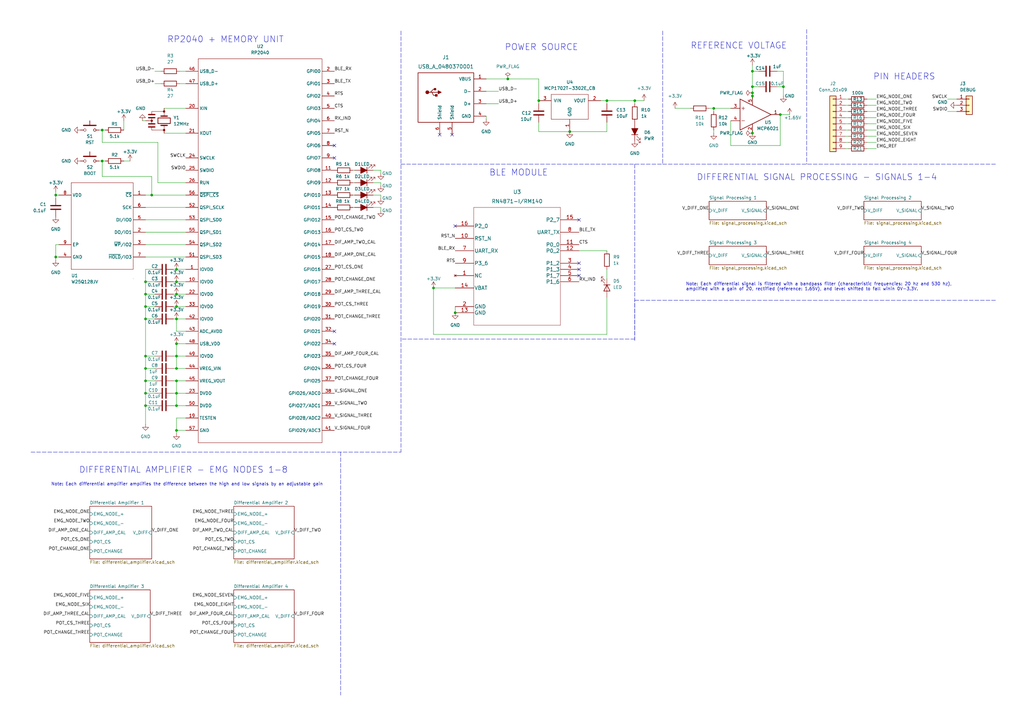
<source format=kicad_sch>
(kicad_sch (version 20211123) (generator eeschema)
  (paper "A3")
  (lib_symbols
    (symbol "+1.65V_3"
      (property "Value" "+1.65V_3" (at -0.381 2.286 0))
      (symbol "+1.65V_3_1_1"
        (pin power_in line (at 0 -3.81 90) (length 0) hide (name "+1.65V") (number "1"))
      )
    )
    (symbol "Connector_Generic:Conn_01x03" (pin_names (offset 1.016) hide)
      (property "Reference" "J" (at 0 5.08 0))
      (property "Value" "Conn_01x03" (at 0 -5.08 0))
      (symbol "Conn_01x03_1_1"
        (pin passive line (at -5.08 2.54 0) (length 3.81) (name "Pin_1") (number "1"))
        (pin passive line (at -5.08 0 0) (length 3.81) (name "Pin_2") (number "2"))
        (pin passive line (at -5.08 -2.54 0) (length 3.81) (name "Pin_3") (number "3"))
      )
    )
    (symbol "Connector_Generic:Conn_01x09" (pin_names (offset 1.016) hide)
      (property "Reference" "J" (at 0 12.7 0))
      (property "Value" "Conn_01x09" (at 0 -12.7 0))
      (symbol "Conn_01x09_1_1"
        (pin passive line (at -5.08 10.16 0) (length 3.81) (name "Pin_1") (number "1"))
        (pin passive line (at -5.08 7.62 0) (length 3.81) (name "Pin_2") (number "2"))
        (pin passive line (at -5.08 5.08 0) (length 3.81) (name "Pin_3") (number "3"))
        (pin passive line (at -5.08 2.54 0) (length 3.81) (name "Pin_4") (number "4"))
        (pin passive line (at -5.08 0 0) (length 3.81) (name "Pin_5") (number "5"))
        (pin passive line (at -5.08 -2.54 0) (length 3.81) (name "Pin_6") (number "6"))
        (pin passive line (at -5.08 -5.08 0) (length 3.81) (name "Pin_7") (number "7"))
        (pin passive line (at -5.08 -7.62 0) (length 3.81) (name "Pin_8") (number "8"))
        (pin passive line (at -5.08 -10.16 0) (length 3.81) (name "Pin_9") (number "9"))
      )
    )
    (symbol "Device:C" (pin_numbers hide) (pin_names (offset 0.254))
      (property "Reference" "C" (at 0.635 2.54 0))
      (property "Value" "C" (at 0.635 -2.54 0))
      (symbol "C_1_1"
        (pin passive line (at 0 3.81 270) (length 2.794) (name "~") (number "1"))
        (pin passive line (at 0 -3.81 90) (length 2.794) (name "~") (number "2"))
      )
    )
    (symbol "Device:LED" (pin_numbers hide) (pin_names (offset 1.016) hide)
      (property "Reference" "D" (at 0 2.54 0))
      (property "Value" "LED" (at 0 -2.54 0))
      (symbol "LED_1_1"
        (pin passive line (at -3.81 0 0) (length 2.54) (name "K") (number "1"))
        (pin passive line (at 3.81 0 180) (length 2.54) (name "A") (number "2"))
      )
    )
    (symbol "Device:LED_Filled" (pin_numbers hide) (pin_names (offset 1.016) hide)
      (property "Reference" "D" (at 0 2.54 0))
      (property "Value" "LED_Filled" (at 0 -2.54 0))
      (symbol "LED_Filled_1_1"
        (pin passive line (at -3.81 0 0) (length 2.54) (name "K") (number "1"))
        (pin passive line (at 3.81 0 180) (length 2.54) (name "A") (number "2"))
      )
    )
    (symbol "Device:R" (pin_numbers hide) (pin_names (offset 0))
      (property "Reference" "R" (at 2.032 0 90))
      (property "Value" "R" (at 0 0 90))
      (symbol "R_1_1"
        (pin passive line (at 0 3.81 270) (length 1.27) (name "~") (number "1"))
        (pin passive line (at 0 -3.81 90) (length 1.27) (name "~") (number "2"))
      )
    )
    (symbol "Eclectronics:Crystal" (pin_numbers hide) (pin_names (offset 1.016) hide)
      (property "Reference" "Y" (at 0 7.62 0))
      (property "Value" "Crystal" (at 0 5.08 0))
      (symbol "Crystal_1_1"
        (pin passive line (at -5.08 0 0) (length 1.27) (name "1") (number "1"))
        (pin passive line (at 0 -7.62 90) (length 1.27) (name "2") (number "2"))
        (pin passive line (at 5.08 0 180) (length 1.27) (name "3") (number "3"))
      )
    )
    (symbol "Eclectronics:MCP1702T-3302E_CB" (pin_names (offset 1.016))
      (property "Reference" "U" (at 0 8.89 0))
      (property "Value" "MCP1702T-3302E_CB" (at 0 6.35 0))
      (symbol "MCP1702T-3302E_CB_1_1"
        (pin input line (at 0 -10.16 90) (length 5.08) (name "GND") (number "1"))
        (pin input line (at 12.7 2.54 180) (length 5.08) (name "VOUT") (number "2"))
        (pin input line (at -12.7 2.54 0) (length 5.08) (name "VIN") (number "3"))
      )
    )
    (symbol "Eclectronics:MCP6021"
      (property "Reference" "U" (at 2.54 -3.81 0))
      (property "Value" "MCP6021" (at 2.54 -6.35 0))
      (symbol "MCP6021_0_1"
        (pin power_in line (at 0 -7.62 90) (length 3.81) (name "~") (number "2"))
        (pin power_in line (at 0 7.62 270) (length 3.81) (name "~") (number "5"))
      )
      (symbol "MCP6021_1_1"
        (pin output line (at 11.43 0 180) (length 3.81) (name "~") (number "1"))
        (pin input line (at -8.89 2.54 0) (length 3.81) (name "~") (number "3"))
        (pin input line (at -8.89 -2.54 0) (length 3.81) (name "~") (number "4"))
      )
    )
    (symbol "Eclectronics:RP2040"
      (property "Reference" "U" (at -25.4 82.55 0))
      (property "Value" "RP2040" (at -25.4 80.01 0))
      (symbol "RP2040_1_1"
        (pin power_in line (at -30.48 -7.62 0) (length 5.08) (name "IOVDD") (number "1"))
        (pin power_in line (at -30.48 -12.7 0) (length 5.08) (name "IOVDD") (number "10"))
        (pin bidirectional line (at 30.48 33.02 180) (length 5.08) (name "GPIO8") (number "11"))
        (pin bidirectional line (at 30.48 27.94 180) (length 5.08) (name "GPIO9") (number "12"))
        (pin bidirectional line (at 30.48 22.86 180) (length 5.08) (name "GPIO10") (number "13"))
        (pin bidirectional line (at 30.48 17.78 180) (length 5.08) (name "GPIO11") (number "14"))
        (pin bidirectional line (at 30.48 12.7 180) (length 5.08) (name "GPIO12") (number "15"))
        (pin bidirectional line (at 30.48 7.62 180) (length 5.08) (name "GPIO13") (number "16"))
        (pin bidirectional line (at 30.48 2.54 180) (length 5.08) (name "GPIO14") (number "17"))
        (pin bidirectional line (at 30.48 -2.54 180) (length 5.08) (name "GPIO15") (number "18"))
        (pin input line (at -30.48 -68.58 0) (length 5.08) (name "TESTEN") (number "19"))
        (pin bidirectional line (at 30.48 73.66 180) (length 5.08) (name "GPIO0") (number "2"))
        (pin bidirectional line (at -30.48 58.42 0) (length 5.08) (name "XIN") (number "20"))
        (pin bidirectional line (at -30.48 48.26 0) (length 5.08) (name "XOUT") (number "21"))
        (pin power_in line (at -30.48 -17.78 0) (length 5.08) (name "IOVDD") (number "22"))
        (pin power_in line (at -30.48 -58.42 0) (length 5.08) (name "DVDD") (number "23"))
        (pin bidirectional line (at -30.48 38.1 0) (length 5.08) (name "SWCLK") (number "24"))
        (pin bidirectional line (at -30.48 33.02 0) (length 5.08) (name "SWDIO") (number "25"))
        (pin bidirectional line (at -30.48 27.94 0) (length 5.08) (name "RUN") (number "26"))
        (pin bidirectional line (at 30.48 -7.62 180) (length 5.08) (name "GPIO16") (number "27"))
        (pin bidirectional line (at 30.48 -12.7 180) (length 5.08) (name "GPIO17") (number "28"))
        (pin bidirectional line (at 30.48 -17.78 180) (length 5.08) (name "GPIO18") (number "29"))
        (pin bidirectional line (at 30.48 68.58 180) (length 5.08) (name "GPIO1") (number "3"))
        (pin bidirectional line (at 30.48 -22.86 180) (length 5.08) (name "GPIO19") (number "30"))
        (pin bidirectional line (at 30.48 -27.94 180) (length 5.08) (name "GPIO20") (number "31"))
        (pin bidirectional line (at 30.48 -33.02 180) (length 5.08) (name "GPIO21") (number "32"))
        (pin power_in line (at -30.48 -22.86 0) (length 5.08) (name "IOVDD") (number "33"))
        (pin bidirectional line (at 30.48 -38.1 180) (length 5.08) (name "GPIO22") (number "34"))
        (pin bidirectional line (at 30.48 -43.18 180) (length 5.08) (name "GPIO23") (number "35"))
        (pin bidirectional line (at 30.48 -48.26 180) (length 5.08) (name "GPIO24") (number "36"))
        (pin bidirectional line (at 30.48 -53.34 180) (length 5.08) (name "GPIO25") (number "37"))
        (pin bidirectional line (at 30.48 -58.42 180) (length 5.08) (name "GPIO26/ADC0") (number "38"))
        (pin bidirectional line (at 30.48 -63.5 180) (length 5.08) (name "GPIO27/ADC1") (number "39"))
        (pin bidirectional line (at 30.48 63.5 180) (length 5.08) (name "GPIO2") (number "4"))
        (pin bidirectional line (at 30.48 -68.58 180) (length 5.08) (name "GPIO28/ADC2") (number "40"))
        (pin bidirectional line (at 30.48 -73.66 180) (length 5.08) (name "GPIO29/ADC3") (number "41"))
        (pin power_in line (at -30.48 -27.94 0) (length 5.08) (name "IOVDD") (number "42"))
        (pin power_in line (at -30.48 -33.02 0) (length 5.08) (name "ADC_AVDD") (number "43"))
        (pin power_in line (at -30.48 -48.26 0) (length 5.08) (name "VREG_VIN") (number "44"))
        (pin power_out line (at -30.48 -53.34 0) (length 5.08) (name "VREG_VOUT") (number "45"))
        (pin bidirectional line (at -30.48 73.66 0) (length 5.08) (name "USB_D-") (number "46"))
        (pin bidirectional line (at -30.48 68.58 0) (length 5.08) (name "USB_D+") (number "47"))
        (pin power_in line (at -30.48 -38.1 0) (length 5.08) (name "USB_VDD") (number "48"))
        (pin power_in line (at -30.48 -43.18 0) (length 5.08) (name "IOVDD") (number "49"))
        (pin bidirectional line (at 30.48 58.42 180) (length 5.08) (name "GPIO3") (number "5"))
        (pin power_in line (at -30.48 -63.5 0) (length 5.08) (name "DVDD") (number "50"))
        (pin bidirectional line (at -30.48 -2.54 0) (length 5.08) (name "QSPI_SD3") (number "51"))
        (pin bidirectional line (at -30.48 17.78 0) (length 5.08) (name "QSPI_SCLK") (number "52"))
        (pin bidirectional line (at -30.48 12.7 0) (length 5.08) (name "QSPI_SD0") (number "53"))
        (pin bidirectional line (at -30.48 2.54 0) (length 5.08) (name "QSPI_SD2") (number "54"))
        (pin bidirectional line (at -30.48 7.62 0) (length 5.08) (name "QSPI_SD1") (number "55"))
        (pin bidirectional line (at -30.48 22.86 0) (length 5.08) (name "~{QSPI_CS}") (number "56"))
        (pin power_in line (at -30.48 -73.66 0) (length 5.08) (name "GND") (number "57"))
        (pin bidirectional line (at 30.48 53.34 180) (length 5.08) (name "GPIO4") (number "6"))
        (pin bidirectional line (at 30.48 48.26 180) (length 5.08) (name "GPIO5") (number "7"))
        (pin bidirectional line (at 30.48 43.18 180) (length 5.08) (name "GPIO6") (number "8"))
        (pin bidirectional line (at 30.48 38.1 180) (length 5.08) (name "GPIO7") (number "9"))
      )
    )
    (symbol "Eclectronics:SW" (pin_numbers hide) (pin_names (offset 1.016) hide)
      (property "Reference" "S" (at 1.27 2.54 0))
      (property "Value" "SW" (at 1.27 -2.54 0))
      (symbol "SW_1_1"
        (pin input line (at 0 -3.81 90) (length 1.27) (name "1") (number "1"))
        (pin input line (at 0 3.81 270) (length 1.27) (name "2") (number "2"))
      )
    )
    (symbol "Eclectronics:USB_A_0480370001" (pin_names (offset 1.016))
      (property "Reference" "J" (at -11.43 16.51 0))
      (property "Value" "USB_A_0480370001" (at -11.43 13.97 0))
      (symbol "USB_A_0480370001_1_1"
        (pin power_in line (at 16.51 10.16 180) (length 5.08) (name "VBUS") (number "1"))
        (pin passive line (at 16.51 5.08 180) (length 5.08) (name "D-") (number "2"))
        (pin passive line (at 16.51 0 180) (length 5.08) (name "D+") (number "3"))
        (pin passive line (at 16.51 -5.08 180) (length 5.08) (name "GND") (number "4"))
        (pin power_in line (at 2.54 -12.7 90) (length 5.08) (name "Shield") (number "5"))
        (pin passive line (at -2.54 -12.7 90) (length 5.08) (name "Shield") (number "6"))
      )
    )
    (symbol "Eclectronics:W25Q128JV"
      (property "Reference" "U" (at -12.7 21.59 0))
      (property "Value" "W25Q128JV" (at -12.7 19.05 0))
      (symbol "W25Q128JV_1_1"
        (pin input line (at 17.78 12.7 180) (length 5.08) (name "~{CS}") (number "1"))
        (pin bidirectional line (at 17.78 -2.54 180) (length 5.08) (name "DO/IO1") (number "2"))
        (pin bidirectional line (at 17.78 -7.62 180) (length 5.08) (name "~{WP}/IO2") (number "3"))
        (pin power_in line (at -17.78 -12.7 0) (length 5.08) (name "GND") (number "4"))
        (pin bidirectional line (at 17.78 2.54 180) (length 5.08) (name "DI/IO0") (number "5"))
        (pin input line (at 17.78 7.62 180) (length 5.08) (name "SCK") (number "6"))
        (pin bidirectional line (at 17.78 -12.7 180) (length 5.08) (name "~{HOLD}/IO3") (number "7"))
        (pin power_in line (at -17.78 12.7 0) (length 5.08) (name "VDD") (number "8"))
        (pin power_in line (at -17.78 -7.62 0) (length 5.08) (name "EP") (number "9"))
      )
    )
    (symbol "RN4871:RN4871-I{slash}RM140" (pin_names (offset 0.254))
      (property "Reference" "U" (at 25.4 12.7 0))
      (property "Value" "RN4871-I{slash}RM140" (at 25.4 10.16 0))
      (symbol "RN4871-I{slash}RM140_1_1"
        (pin no_connect line (at 0 -20.32 0) (length 7.62) (name "NC") (number "1"))
        (pin input line (at 0 -5.08 0) (length 7.62) (name "RST_N") (number "10"))
        (pin bidirectional line (at 50.8 -7.62 180) (length 7.62) (name "P0_0") (number "11"))
        (pin bidirectional line (at 50.8 -10.16 180) (length 7.62) (name "P0_2") (number "12"))
        (pin power_in line (at 0 -35.56 0) (length 7.62) (name "GND") (number "13"))
        (pin power_in line (at 0 -25.4 0) (length 7.62) (name "VBAT") (number "14"))
        (pin output line (at 50.8 2.54 180) (length 7.62) (name "P2_7") (number "15"))
        (pin input line (at 0 0 0) (length 7.62) (name "P2_0") (number "16"))
        (pin power_in line (at 0 -33.02 0) (length 7.62) (name "GND") (number "2"))
        (pin bidirectional line (at 50.8 -15.24 180) (length 7.62) (name "P1_2") (number "3"))
        (pin bidirectional line (at 50.8 -17.78 180) (length 7.62) (name "P1_3") (number "4"))
        (pin bidirectional line (at 50.8 -20.32 180) (length 7.62) (name "P1_7") (number "5"))
        (pin bidirectional line (at 50.8 -22.86 180) (length 7.62) (name "P1_6") (number "6"))
        (pin input line (at 0 -10.16 0) (length 7.62) (name "UART_RX") (number "7"))
        (pin output line (at 50.8 -2.54 180) (length 7.62) (name "UART_TX") (number "8"))
        (pin bidirectional line (at 0 -15.24 0) (length 7.62) (name "P3_6") (number "9"))
      )
    )
    (symbol "power:+3.3V" (power) (pin_names (offset 0))
      (property "Value" "+3.3V" (at 0 3.556 0))
      (symbol "+3.3V_1_1"
        (pin power_in line (at 0 0 90) (length 0) hide (name "+3.3V") (number "1"))
      )
    )
    (symbol "power:GND" (power) (pin_names (offset 0))
      (property "Value" "GND" (at 0 -3.81 0))
      (symbol "GND_1_1"
        (pin power_in line (at 0 0 270) (length 0) hide (name "GND") (number "1"))
      )
    )
    (symbol "power:PWR_FLAG" (power) (pin_numbers hide) (pin_names (offset 0) hide)
      (property "Value" "PWR_FLAG" (at 0 3.81 0))
      (symbol "PWR_FLAG_0_0"
        (pin power_out line (at 0 0 90) (length 0) (name "pwr") (number "1"))
      )
    )
  )
  (junction (at 308.61 54.61))
  (junction (at 59.69 151.13))
  (junction (at 59.69 161.29))
  (junction (at 72.39 140.97))
  (junction (at 208.28 32.385))
  (junction (at 248.92 41.275))
  (junction (at 320.04 46.99))
  (junction (at 260.35 41.275))
  (junction (at 72.39 146.05))
  (junction (at 233.68 53.975))
  (junction (at 59.69 130.81))
  (junction (at 72.39 166.37))
  (junction (at 59.69 120.65))
  (junction (at 72.39 125.73))
  (junction (at 220.98 41.275))
  (junction (at 22.86 80.01))
  (junction (at 72.39 130.81))
  (junction (at 59.69 125.73))
  (junction (at 72.39 161.29))
  (junction (at 59.69 115.57))
  (junction (at 292.735 44.45))
  (junction (at 72.39 115.57))
  (junction (at 72.39 156.21))
  (junction (at 177.8 118.11))
  (junction (at 186.69 128.27))
  (junction (at 72.39 151.13))
  (junction (at 72.39 110.49))
  (junction (at 22.86 105.41))
  (junction (at 321.31 35.56))
  (junction (at 308.61 29.21))
  (junction (at 41.91 53.34))
  (junction (at 41.91 66.04))
  (junction (at 59.69 146.05))
  (junction (at 62.23 80.01))
  (junction (at 72.39 120.65))
  (junction (at 72.39 176.53))
  (junction (at 308.61 35.56))
  (junction (at 59.69 166.37))
  (junction (at 308.61 38.1))
  (junction (at 59.69 156.21))
  (junction (at 308.61 39.37))
  (no_connect (at 137.16 59.69))
  (no_connect (at 237.49 107.95))
  (no_connect (at 237.49 113.03))
  (no_connect (at 237.49 110.49))
  (no_connect (at 186.69 92.71))
  (no_connect (at 237.49 90.17))
  (no_connect (at 137.16 140.97))
  (no_connect (at 137.16 135.89))
  (no_connect (at 185.42 55.245))
  (no_connect (at 137.16 64.77))
  (no_connect (at 180.34 55.245))
  (wire (pts (xy 62.23 80.01) (xy 76.2 80.01)))
  (wire (pts (xy 59.69 156.21) (xy 63.5 156.21)))
  (wire (pts (xy 62.23 72.39) (xy 62.23 80.01)))
  (wire (pts (xy 22.86 80.01) (xy 24.13 80.01)))
  (wire (pts (xy 22.86 81.28) (xy 22.86 80.01)))
  (wire (pts (xy 59.69 130.81) (xy 59.69 146.05)))
  (polyline (pts (xy 260.35 67.31) (xy 260.35 139.065)))
  (wire (pts (xy 72.39 156.21) (xy 76.2 156.21)))
  (wire (pts (xy 72.39 161.29) (xy 72.39 166.37)))
  (wire (pts (xy 144.78 69.85) (xy 145.415 69.85)))
  (wire (pts (xy 71.12 151.13) (xy 72.39 151.13)))
  (wire (pts (xy 71.12 110.49) (xy 72.39 110.49)))
  (wire (pts (xy 199.39 32.385) (xy 208.28 32.385)))
  (wire (pts (xy 59.69 151.13) (xy 63.5 151.13)))
  (polyline (pts (xy 260.35 123.19) (xy 408.305 123.19)))
  (wire (pts (xy 290.83 44.45) (xy 292.735 44.45)))
  (wire (pts (xy 59.69 161.29) (xy 63.5 161.29)))
  (wire (pts (xy 308.61 26.67) (xy 308.61 29.21)))
  (wire (pts (xy 292.735 44.45) (xy 292.735 45.72)))
  (wire (pts (xy 59.69 161.29) (xy 59.69 156.21)))
  (wire (pts (xy 199.39 47.625) (xy 199.39 48.895)))
  (wire (pts (xy 41.91 53.34) (xy 43.18 53.34)))
  (wire (pts (xy 199.39 37.465) (xy 204.47 37.465)))
  (wire (pts (xy 347.98 55.88) (xy 346.71 55.88)))
  (wire (pts (xy 359.41 40.64) (xy 355.6 40.64)))
  (wire (pts (xy 72.39 151.13) (xy 76.2 151.13)))
  (wire (pts (xy 40.64 53.34) (xy 41.91 53.34)))
  (wire (pts (xy 59.69 166.37) (xy 59.69 173.99)))
  (wire (pts (xy 318.77 29.21) (xy 321.31 29.21)))
  (wire (pts (xy 237.49 102.87) (xy 248.92 102.87)))
  (wire (pts (xy 72.39 176.53) (xy 72.39 177.8)))
  (wire (pts (xy 72.39 140.97) (xy 72.39 146.05)))
  (wire (pts (xy 308.61 53.34) (xy 308.61 54.61)))
  (wire (pts (xy 153.035 85.09) (xy 156.21 85.09)))
  (wire (pts (xy 71.12 156.21) (xy 72.39 156.21)))
  (wire (pts (xy 59.69 85.09) (xy 76.2 85.09)))
  (wire (pts (xy 72.39 130.81) (xy 76.2 130.81)))
  (wire (pts (xy 359.41 43.18) (xy 355.6 43.18)))
  (wire (pts (xy 71.12 166.37) (xy 72.39 166.37)))
  (wire (pts (xy 359.41 53.34) (xy 355.6 53.34)))
  (wire (pts (xy 72.39 130.81) (xy 72.39 135.89)))
  (wire (pts (xy 246.38 41.275) (xy 248.92 41.275)))
  (wire (pts (xy 72.39 135.89) (xy 76.2 135.89)))
  (wire (pts (xy 59.69 100.33) (xy 76.2 100.33)))
  (wire (pts (xy 72.39 120.65) (xy 76.2 120.65)))
  (wire (pts (xy 41.91 53.34) (xy 41.91 58.42)))
  (wire (pts (xy 308.61 39.37) (xy 308.61 40.64)))
  (wire (pts (xy 347.98 60.96) (xy 346.71 60.96)))
  (wire (pts (xy 359.41 45.72) (xy 355.6 45.72)))
  (wire (pts (xy 321.31 35.56) (xy 321.31 39.37)))
  (wire (pts (xy 347.98 50.8) (xy 346.71 50.8)))
  (wire (pts (xy 41.91 66.04) (xy 43.18 66.04)))
  (wire (pts (xy 59.69 166.37) (xy 59.69 161.29)))
  (wire (pts (xy 248.92 121.92) (xy 248.92 137.16)))
  (wire (pts (xy 73.66 29.21) (xy 76.2 29.21)))
  (wire (pts (xy 276.86 44.45) (xy 283.21 44.45)))
  (wire (pts (xy 59.69 95.25) (xy 76.2 95.25)))
  (wire (pts (xy 299.72 59.69) (xy 320.04 59.69)))
  (wire (pts (xy 71.12 130.81) (xy 72.39 130.81)))
  (wire (pts (xy 233.68 53.975) (xy 248.92 53.975)))
  (wire (pts (xy 71.12 120.65) (xy 72.39 120.65)))
  (wire (pts (xy 72.39 171.45) (xy 72.39 176.53)))
  (polyline (pts (xy 260.35 139.7) (xy 260.35 123.19)))
  (wire (pts (xy 59.69 151.13) (xy 59.69 146.05)))
  (wire (pts (xy 177.8 137.16) (xy 248.92 137.16)))
  (wire (pts (xy 388.62 40.64) (xy 392.43 40.64)))
  (wire (pts (xy 260.35 41.275) (xy 264.16 41.275)))
  (wire (pts (xy 41.91 72.39) (xy 62.23 72.39)))
  (wire (pts (xy 388.62 45.72) (xy 392.43 45.72)))
  (wire (pts (xy 347.98 53.34) (xy 346.71 53.34)))
  (polyline (pts (xy 271.78 67.31) (xy 408.305 67.31)))
  (wire (pts (xy 64.77 58.42) (xy 64.77 74.93)))
  (wire (pts (xy 308.61 35.56) (xy 311.15 35.56)))
  (wire (pts (xy 72.39 115.57) (xy 76.2 115.57)))
  (wire (pts (xy 59.69 146.05) (xy 63.5 146.05)))
  (wire (pts (xy 347.98 48.26) (xy 346.71 48.26)))
  (wire (pts (xy 72.39 110.49) (xy 76.2 110.49)))
  (wire (pts (xy 308.61 29.21) (xy 311.15 29.21)))
  (wire (pts (xy 220.98 53.975) (xy 233.68 53.975)))
  (wire (pts (xy 320.04 59.69) (xy 320.04 46.99)))
  (wire (pts (xy 144.78 80.01) (xy 145.415 80.01)))
  (wire (pts (xy 260.35 41.275) (xy 260.35 42.545)))
  (wire (pts (xy 63.5 29.21) (xy 66.04 29.21)))
  (wire (pts (xy 347.98 40.64) (xy 346.71 40.64)))
  (wire (pts (xy 153.035 69.85) (xy 156.21 69.85)))
  (wire (pts (xy 292.735 53.34) (xy 292.735 54.61)))
  (wire (pts (xy 156.21 74.93) (xy 156.21 76.2)))
  (wire (pts (xy 59.69 125.73) (xy 59.69 120.65)))
  (wire (pts (xy 72.39 176.53) (xy 76.2 176.53)))
  (wire (pts (xy 220.98 41.275) (xy 220.98 42.545)))
  (wire (pts (xy 321.31 29.21) (xy 321.31 35.56)))
  (wire (pts (xy 72.39 146.05) (xy 72.39 151.13)))
  (wire (pts (xy 359.41 58.42) (xy 355.6 58.42)))
  (wire (pts (xy 41.91 66.04) (xy 41.91 72.39)))
  (wire (pts (xy 24.13 105.41) (xy 22.86 105.41)))
  (wire (pts (xy 59.69 130.81) (xy 59.69 125.73)))
  (wire (pts (xy 186.69 125.73) (xy 186.69 128.27)))
  (polyline (pts (xy 12.7 185.42) (xy 164.465 185.42)))
  (wire (pts (xy 347.98 45.72) (xy 346.71 45.72)))
  (wire (pts (xy 24.13 100.33) (xy 22.86 100.33)))
  (polyline (pts (xy 139.7 185.42) (xy 139.7 285.115)))
  (wire (pts (xy 208.28 32.385) (xy 220.98 32.385)))
  (wire (pts (xy 72.39 161.29) (xy 76.2 161.29)))
  (wire (pts (xy 320.04 46.99) (xy 323.85 46.99)))
  (wire (pts (xy 72.39 146.05) (xy 76.2 146.05)))
  (wire (pts (xy 177.8 118.11) (xy 186.69 118.11)))
  (wire (pts (xy 299.72 49.53) (xy 299.72 59.69)))
  (wire (pts (xy 71.12 115.57) (xy 72.39 115.57)))
  (wire (pts (xy 308.61 35.56) (xy 308.61 38.1)))
  (wire (pts (xy 41.91 58.42) (xy 64.77 58.42)))
  (wire (pts (xy 59.69 49.53) (xy 58.42 49.53)))
  (wire (pts (xy 318.77 35.56) (xy 321.31 35.56)))
  (polyline (pts (xy 164.465 12.7) (xy 164.465 185.42)))
  (wire (pts (xy 40.64 66.04) (xy 41.91 66.04)))
  (wire (pts (xy 199.39 42.545) (xy 204.47 42.545)))
  (polyline (pts (xy 271.78 12.7) (xy 271.78 67.31)))
  (wire (pts (xy 64.77 74.93) (xy 76.2 74.93)))
  (wire (pts (xy 59.69 120.65) (xy 59.69 115.57)))
  (wire (pts (xy 67.31 44.45) (xy 76.2 44.45)))
  (wire (pts (xy 72.39 156.21) (xy 72.39 161.29)))
  (wire (pts (xy 153.035 74.93) (xy 156.21 74.93)))
  (wire (pts (xy 67.31 54.61) (xy 76.2 54.61)))
  (wire (pts (xy 59.69 130.81) (xy 63.5 130.81)))
  (wire (pts (xy 248.92 41.275) (xy 248.92 42.545)))
  (wire (pts (xy 220.98 50.165) (xy 220.98 53.975)))
  (wire (pts (xy 59.69 156.21) (xy 59.69 151.13)))
  (wire (pts (xy 59.69 115.57) (xy 63.5 115.57)))
  (wire (pts (xy 59.69 105.41) (xy 76.2 105.41)))
  (wire (pts (xy 71.12 161.29) (xy 72.39 161.29)))
  (wire (pts (xy 22.86 105.41) (xy 22.86 106.68)))
  (wire (pts (xy 59.69 115.57) (xy 59.69 110.49)))
  (wire (pts (xy 50.8 49.53) (xy 50.8 53.34)))
  (wire (pts (xy 72.39 125.73) (xy 76.2 125.73)))
  (wire (pts (xy 144.78 74.93) (xy 145.415 74.93)))
  (wire (pts (xy 72.39 140.97) (xy 76.2 140.97)))
  (wire (pts (xy 50.8 66.04) (xy 53.34 66.04)))
  (wire (pts (xy 72.39 171.45) (xy 76.2 171.45)))
  (wire (pts (xy 73.66 34.29) (xy 76.2 34.29)))
  (wire (pts (xy 63.5 34.29) (xy 66.04 34.29)))
  (wire (pts (xy 347.98 58.42) (xy 346.71 58.42)))
  (wire (pts (xy 359.41 55.88) (xy 355.6 55.88)))
  (wire (pts (xy 22.86 100.33) (xy 22.86 105.41)))
  (wire (pts (xy 359.41 48.26) (xy 355.6 48.26)))
  (wire (pts (xy 59.69 125.73) (xy 63.5 125.73)))
  (wire (pts (xy 22.86 78.74) (xy 22.86 80.01)))
  (wire (pts (xy 59.69 166.37) (xy 63.5 166.37)))
  (wire (pts (xy 59.69 90.17) (xy 76.2 90.17)))
  (wire (pts (xy 153.035 80.01) (xy 156.21 80.01)))
  (wire (pts (xy 248.92 110.49) (xy 248.92 114.3)))
  (wire (pts (xy 156.21 69.85) (xy 156.21 71.12)))
  (wire (pts (xy 220.98 32.385) (xy 220.98 41.275)))
  (wire (pts (xy 308.61 29.21) (xy 308.61 35.56)))
  (wire (pts (xy 144.78 85.09) (xy 145.415 85.09)))
  (wire (pts (xy 359.41 50.8) (xy 355.6 50.8)))
  (wire (pts (xy 156.21 80.01) (xy 156.21 81.28)))
  (wire (pts (xy 177.8 118.11) (xy 177.8 137.16)))
  (wire (pts (xy 347.98 43.18) (xy 346.71 43.18)))
  (polyline (pts (xy 260.35 139.065) (xy 164.465 139.065)))
  (polyline (pts (xy 164.465 67.31) (xy 271.78 67.31)))
  (wire (pts (xy 59.69 120.65) (xy 63.5 120.65)))
  (wire (pts (xy 308.61 38.1) (xy 308.61 39.37)))
  (wire (pts (xy 72.39 166.37) (xy 76.2 166.37)))
  (wire (pts (xy 248.92 41.275) (xy 260.35 41.275)))
  (wire (pts (xy 59.69 80.01) (xy 62.23 80.01)))
  (polyline (pts (xy 330.835 12.065) (xy 330.835 67.31)))
  (wire (pts (xy 71.12 125.73) (xy 72.39 125.73)))
  (wire (pts (xy 71.12 146.05) (xy 72.39 146.05)))
  (wire (pts (xy 59.69 110.49) (xy 63.5 110.49)))
  (wire (pts (xy 248.92 53.975) (xy 248.92 50.165)))
  (wire (pts (xy 156.21 85.09) (xy 156.21 86.36)))
  (wire (pts (xy 292.735 44.45) (xy 299.72 44.45)))
  (wire (pts (xy 359.41 60.96) (xy 355.6 60.96)))
  (text "BLE MODULE" (at 200.66 72.39 0) (effects (font (size 2.54 2.54)) (justify left bottom)))
  (text "Note: Each differential signal is filtered with a bandpass filter (characteristic frequencies: 20 hz and 530 hz),\namplified with a gain of 20, rectified (reference: 1.65V), and level shifted to fall winin 0V-3.3V.\n" (at 281.305 119.38 0) (effects (font (size 1.27 1.27)) (justify left bottom)))
  (text "DIFFERENTIAL AMPLIFIER - EMG NODES 1-8" (at 32.385 194.31 0) (effects (font (size 2.54 2.54)) (justify left bottom)))
  (text "DIFFERENTIAL SIGNAL PROCESSING - SIGNALS 1-4\n" (at 285.75 74.295 0) (effects (font (size 2.54 2.54)) (justify left bottom)))
  (text "PIN HEADERS" (at 358.14 33.02 0) (effects (font (size 2.54 2.54)) (justify left bottom)))
  (text "Note: Each differential amplifier amplifies the difference between the high and low signals by an adjustable gain" (at 20.955 199.39 0) (effects (font (size 1.27 1.27)) (justify left bottom)))
  (text "REFERENCE VOLTAGE" (at 283.21 20.32 0) (effects (font (size 2.54 2.54)) (justify left bottom)))
  (text "POWER SOURCE" (at 207.01 20.955 0) (effects (font (size 2.54 2.54)) (justify left bottom)))
  (text "RP2040 + MEMORY UNIT" (at 68.58 17.78 0) (effects (font (size 2.54 2.54)) (justify left bottom)))
  (label "POT_CHANGE_THREE" (at 36.83 260.35 180))
  (label "POT_CHANGE_TWO" (at 137.16 90.17 0))
  (label "USB_D-" (at 204.47 37.465 0))
  (label "EMG_NODE_ONE" (at 36.83 210.82 180))
  (label "SWDIO" (at 76.2 69.85 180))
  (label "V_DIFF_TWO" (at 120.65 218.44 0))
  (label "POT_CHANGE_FOUR" (at 95.885 260.35 180))
  (label "POT_CS_ONE" (at 137.16 110.49 0))
  (label "USB_D+" (at 204.47 42.545 0))
  (label "EMG_NODE_SIX" (at 36.83 248.92 180))
  (label "BLE_TX" (at 137.16 34.29 0))
  (label "POT_CHANGE_FOUR" (at 137.16 156.21 0))
  (label "SWDIO" (at 388.62 45.72 180))
  (label "V_DIFF_FOUR" (at 120.65 252.73 0))
  (label "EMG_NODE_EIGHT" (at 359.41 58.42 0))
  (label "EMG_NODE_SEVEN" (at 359.41 55.88 0))
  (label "POT_CS_THREE" (at 137.16 125.73 0))
  (label "EMG_NODE_TWO" (at 359.41 43.18 0))
  (label "POT_CS_FOUR" (at 137.16 151.13 0))
  (label "POT_CS_FOUR" (at 95.885 256.54 180))
  (label "RTS" (at 137.16 39.37 0))
  (label "EMG_NODE_FIVE" (at 36.83 245.11 180))
  (label "V_SIGNAL_ONE" (at 137.16 161.29 0))
  (label "DIF_AMP_ONE_CAL" (at 36.83 218.44 180))
  (label "USB_D-" (at 63.5 29.21 180))
  (label "RST_N" (at 137.16 54.61 0))
  (label "DIF_AMP_THREE_CAL" (at 137.16 120.65 0))
  (label "SWCLK" (at 76.2 64.77 180))
  (label "DIF_AMP_THREE_CAL" (at 36.83 252.73 180))
  (label "EMG_NODE_ONE" (at 359.41 40.64 0))
  (label "V_DIFF_THREE" (at 290.83 104.775 180))
  (label "V_SIGNAL_TWO" (at 377.825 86.36 0))
  (label "POT_CHANGE_THREE" (at 137.16 130.81 0))
  (label "POT_CS_THREE" (at 36.83 256.54 180))
  (label "V_SIGNAL_FOUR" (at 137.16 176.53 0))
  (label "DIF_AMP_FOUR_CAL" (at 95.885 252.73 180))
  (label "EMG_NODE_SEVEN" (at 95.885 245.11 180))
  (label "DIF_AMP_ONE_CAL" (at 137.16 105.41 0))
  (label "V_DIFF_ONE" (at 290.83 86.36 180))
  (label "CTS" (at 237.49 100.33 0))
  (label "BLE_TX" (at 237.49 95.25 0))
  (label "EMG_NODE_THREE" (at 359.41 45.72 0))
  (label "EMG_NODE_FIVE" (at 359.41 50.8 0))
  (label "V_DIFF_FOUR" (at 354.33 104.775 180))
  (label "POT_CS_TWO" (at 95.885 222.25 180))
  (label "V_SIGNAL_THREE" (at 314.325 104.775 0))
  (label "RTS" (at 186.69 107.95 180))
  (label "EMG_NODE_FOUR" (at 95.885 214.63 180))
  (label "V_DIFF_TWO" (at 354.33 86.36 180))
  (label "POT_CS_ONE" (at 36.83 222.25 180))
  (label "CTS" (at 137.16 44.45 0))
  (label "V_SIGNAL_THREE" (at 137.16 171.45 0))
  (label "EMG_NODE_TWO" (at 36.83 214.63 180))
  (label "EMG_NODE_EIGHT" (at 95.885 248.92 180))
  (label "DIF_AMP_TWO_CAL" (at 95.885 218.44 180))
  (label "RX_IND" (at 237.49 115.57 0))
  (label "POT_CHANGE_TWO" (at 95.885 226.06 180))
  (label "EMG_REF" (at 359.41 60.96 0))
  (label "V_SIGNAL_FOUR" (at 377.825 104.775 0))
  (label "USB_D+" (at 63.5 34.29 180))
  (label "BLE_RX" (at 137.16 29.21 0))
  (label "BLE_RX" (at 186.69 102.87 180))
  (label "EMG_NODE_FOUR" (at 359.41 48.26 0))
  (label "DIF_AMP_FOUR_CAL" (at 137.16 146.05 0))
  (label "DIF_AMP_TWO_CAL" (at 137.16 100.33 0))
  (label "V_SIGNAL_ONE" (at 314.325 86.36 0))
  (label "RX_IND" (at 137.16 49.53 0))
  (label "EMG_NODE_SIX" (at 359.41 53.34 0))
  (label "V_DIFF_ONE" (at 62.23 218.44 0))
  (label "V_SIGNAL_TWO" (at 137.16 166.37 0))
  (label "RST_N" (at 186.69 97.79 180))
  (label "POT_CHANGE_ONE" (at 137.16 115.57 0))
  (label "V_DIFF_THREE" (at 61.595 252.73 0))
  (label "POT_CS_TWO" (at 137.16 95.25 0))
  (label "SWCLK" (at 388.62 40.64 180))
  (label "POT_CHANGE_ONE" (at 36.83 226.06 180))
  (label "EMG_NODE_THREE" (at 95.885 210.82 180))
  (symbol (lib_id "Device:R") (at 351.79 58.42 90) (unit 1)
    (property "Reference" "R20" (at 351.79 58.42 90))
    (property "Value" "100k" (effects hide))
    (property "Footprint" "Resistor_SMD:R_0603_1608Metric" (effects hide))
  )
  (symbol (lib_id "power:GND") (at 59.69 173.99 0) (unit 1)
    (property "Reference" "#PWR09" (effects hide))
    (property "Value" "GND" (at 59.69 179.07 0))
  )
  (symbol (lib_id "Device:LED_Filled") (at 149.225 74.93 180) (unit 1)
    (property "Reference" "D2" (at 145.415 72.39 0) (effects (justify right)))
    (property "Value" "LED" (at 147.955 72.39 0) (effects (justify right)))
    (property "Footprint" "LED_SMD:LED_0805_2012Metric" (effects hide))
  )
  (symbol (lib_id "power:GND") (at 22.86 106.68 0) (unit 1)
    (property "Reference" "#PWR03" (effects hide))
    (property "Value" "GND" (at 22.86 111.76 0))
  )
  (symbol (lib_id "Eclectronics:SW") (at 36.83 66.04 270) (unit 1)
    (property "Reference" "S2" (at 36.83 68.58 90))
    (property "Value" "BOOT" (at 36.83 71.12 90))
    (property "Footprint" "Eclectronics:TL3301AFxxxxJ" (effects hide))
  )
  (symbol (lib_id "Eclectronics:RP2040") (at 106.68 102.87 0) (unit 1)
    (property "Reference" "U2" (at 106.68 19.05 0))
    (property "Value" "RP2040" (at 106.68 21.59 0))
    (property "Footprint" "Eclectronics:RP2040" (effects hide))
  )
  (symbol (lib_id "Device:R") (at 69.85 29.21 90) (unit 1)
    (property "Reference" "R3" (at 69.85 22.86 90))
    (property "Value" "27" (at 69.85 25.4 90))
    (property "Footprint" "Resistor_SMD:R_0603_1608Metric" (effects hide))
  )
  (symbol (lib_id "Device:R") (at 351.79 50.8 90) (unit 1)
    (property "Reference" "R17" (at 351.79 50.8 90))
    (property "Value" "100k" (effects hide))
    (property "Footprint" "Resistor_SMD:R_0603_1608Metric" (effects hide))
  )
  (symbol (lib_id "power:+3.3V") (at 72.39 115.57 0) (unit 1)
    (property "Reference" "#PWR011" (effects hide))
    (property "Value" "+3.3V" (at 72.39 111.76 0))
  )
  (symbol (lib_id "Device:R") (at 292.735 49.53 180) (unit 1)
    (property "Reference" "R12" (at 296.545 48.26 0))
    (property "Value" "10k" (at 296.545 50.8 0))
    (property "Footprint" "Resistor_SMD:R_0603_1608Metric" (effects hide))
  )
  (symbol (lib_id "power:GND") (at 308.61 54.61 0) (unit 1)
    (property "Reference" "#PWR030" (effects hide))
    (property "Value" "GND" (at 308.61 58.42 0))
  )
  (symbol (lib_id "power:+3.3V") (at 177.8 118.11 0) (unit 1)
    (property "Reference" "#PWR021" (effects hide))
    (property "Value" "+3.3V" (at 177.8 114.3 0))
  )
  (symbol (lib_id "Device:LED_Filled") (at 149.225 69.85 180) (unit 1)
    (property "Reference" "D1" (at 145.415 67.31 0) (effects (justify right)))
    (property "Value" "LED" (at 147.955 67.31 0) (effects (justify right)))
    (property "Footprint" "LED_SMD:LED_0805_2012Metric" (effects hide))
  )
  (symbol (lib_id "Device:R") (at 260.35 46.355 0) (unit 1)
    (property "Reference" "R10" (at 262.89 45.0849 0) (effects (justify left)))
    (property "Value" "1k" (at 262.89 47.6249 0) (effects (justify left)))
    (property "Footprint" "Resistor_SMD:R_0603_1608Metric" (effects hide))
  )
  (symbol (lib_id "Device:R") (at 351.79 55.88 90) (unit 1)
    (property "Reference" "R19" (at 351.79 55.88 90))
    (property "Value" "100k" (effects hide))
    (property "Footprint" "Resistor_SMD:R_0603_1608Metric" (effects hide))
  )
  (symbol (lib_id "Device:LED_Filled") (at 149.225 80.01 180) (unit 1)
    (property "Reference" "D3" (at 145.415 77.47 0) (effects (justify right)))
    (property "Value" "LED" (at 147.955 77.47 0) (effects (justify right)))
    (property "Footprint" "LED_SMD:LED_0805_2012Metric" (effects hide))
  )
  (symbol (lib_id "Device:LED_Filled") (at 149.225 85.09 180) (unit 1)
    (property "Reference" "D4" (at 145.415 82.55 0) (effects (justify right)))
    (property "Value" "LED" (at 147.955 82.55 0) (effects (justify right)))
    (property "Footprint" "LED_SMD:LED_0805_2012Metric" (effects hide))
  )
  (symbol (lib_id "Device:C") (at 67.31 151.13 270) (unit 1)
    (property "Reference" "C8" (at 64.77 149.86 90) (effects (justify right)))
    (property "Value" "1uF" (at 64.77 152.4 90) (effects (justify right)))
    (property "Footprint" "Capacitor_SMD:C_0603_1608Metric" (effects hide))
  )
  (symbol (lib_id "Device:C") (at 220.98 46.355 180) (unit 1)
    (property "Reference" "C12" (at 215.9 46.355 0))
    (property "Value" "10uF" (at 215.9 48.895 0))
    (property "Footprint" "Capacitor_SMD:C_0603_1608Metric" (effects hide))
  )
  (symbol (lib_id "Device:C") (at 67.31 161.29 270) (unit 1)
    (property "Reference" "C10" (at 64.77 160.02 90) (effects (justify right)))
    (property "Value" "0.1uF" (at 66.04 162.56 90) (effects (justify right)))
    (property "Footprint" "Capacitor_SMD:C_0603_1608Metric" (effects hide))
  )
  (symbol (lib_id "Device:R") (at 287.02 44.45 90) (unit 1)
    (property "Reference" "R11" (at 287.02 48.26 90))
    (property "Value" "10k" (at 287.02 50.8 90))
    (property "Footprint" "Resistor_SMD:R_0603_1608Metric" (effects hide))
  )
  (symbol (lib_id "Device:R") (at 140.97 69.85 90) (unit 1)
    (property "Reference" "R5" (at 140.335 67.31 90) (effects (justify left)))
    (property "Value" "1k" (at 143.51 67.31 90) (effects (justify left)))
    (property "Footprint" "Resistor_SMD:R_0603_1608Metric" (effects hide))
  )
  (symbol (lib_id "power:+3.3V") (at 53.34 66.04 0) (unit 1)
    (property "Reference" "#PWR07" (effects hide))
    (property "Value" "+3.3V" (at 53.34 62.23 0))
  )
  (symbol (lib_id "power:+3.3V") (at 308.61 26.67 0) (unit 1)
    (property "Reference" "#PWR029" (effects hide))
    (property "Value" "+3.3V" (at 306.07 22.86 0) (effects (justify left)))
  )
  (symbol (lib_id "Device:C") (at 248.92 46.355 0) (unit 1)
    (property "Reference" "C13" (at 252.73 45.0849 0) (effects (justify left)))
    (property "Value" "10uF" (at 252.73 47.6249 0) (effects (justify left)))
    (property "Footprint" "Capacitor_SMD:C_0603_1608Metric" (effects hide))
  )
  (symbol (lib_id "Device:C") (at 67.31 125.73 270) (unit 1)
    (property "Reference" "C5" (at 64.77 124.46 90) (effects (justify right)))
    (property "Value" "0.1uF" (at 66.04 127 90) (effects (justify right)))
    (property "Footprint" "Capacitor_SMD:C_0603_1608Metric" (effects hide))
  )
  (symbol (lib_id "power:+3.3V") (at 72.39 130.81 0) (unit 1)
    (property "Reference" "#PWR014" (effects hide))
    (property "Value" "+3.3V" (at 72.39 127 0))
  )
  (symbol (lib_id "power:PWR_FLAG") (at 308.61 54.61 90) (unit 1)
    (property "Reference" "#FLG03" (effects hide))
    (property "Value" "PWR_FLAG" (at 304.8 54.6099 90) (effects (justify left)))
  )
  (symbol (lib_id "power:GND") (at 233.68 53.975 0) (unit 1)
    (property "Reference" "#PWR024" (effects hide))
    (property "Value" "GND" (at 233.68 59.055 0))
  )
  (symbol (lib_id "Device:C") (at 22.86 85.09 0) (mirror x) (unit 1)
    (property "Reference" "C1" (at 19.05 83.8199 0) (effects (justify right)))
    (property "Value" "0.1uF" (at 19.05 86.3599 0) (effects (justify right)))
    (property "Footprint" "Capacitor_SMD:C_0603_1608Metric" (effects hide))
  )
  (symbol (lib_id "power:+3.3V") (at 72.39 110.49 0) (unit 1)
    (property "Reference" "#PWR010" (effects hide))
    (property "Value" "+3.3V" (at 72.39 106.68 0))
  )
  (symbol (lib_id "Eclectronics:MCP1702T-3302E_CB") (at 233.68 43.815 0) (unit 1)
    (property "Reference" "U4" (at 233.68 33.655 0))
    (property "Value" "MCP1702T-3302E_CB" (at 233.68 36.195 0))
    (property "Footprint" "Package_TO_SOT_SMD:SOT-23" (effects hide))
  )
  (symbol (lib_id "power:GND") (at 292.735 54.61 0) (unit 1)
    (property "Reference" "#PWR028" (effects hide))
    (property "Value" "GND" (at 292.735 59.69 0))
  )
  (symbol (lib_id "Eclectronics:MCP6021") (at 308.61 46.99 0) (unit 1)
    (property "Reference" "U5" (at 314.96 50.165 0))
    (property "Value" "MCP6021" (at 314.96 52.705 0))
    (property "Footprint" "Package_TO_SOT_SMD:SOT-23-5" (effects hide))
  )
  (symbol (lib_id "Device:C") (at 67.31 120.65 270) (unit 1)
    (property "Reference" "C4" (at 64.77 119.38 90) (effects (justify right)))
    (property "Value" "0.1uF" (at 66.04 121.92 90) (effects (justify right)))
    (property "Footprint" "Capacitor_SMD:C_0603_1608Metric" (effects hide))
  )
  (symbol (lib_id "Device:R") (at 46.99 66.04 90) (unit 1)
    (property "Reference" "R2" (at 46.99 63.5 90))
    (property "Value" "5.1k" (at 46.99 68.58 90))
    (property "Footprint" "Resistor_SMD:R_0603_1608Metric" (effects hide))
  )
  (symbol (lib_id "power:GND") (at 156.21 71.12 0) (unit 1)
    (property "Reference" "#PWR017" (effects hide))
    (property "Value" "GND" (at 158.75 71.12 0))
  )
  (symbol (lib_id "Eclectronics:USB_A_0480370001") (at 182.88 42.545 0) (unit 1)
    (property "Reference" "J1" (at 182.88 23.495 0) (effects (font (size 1.524 1.524))))
    (property "Value" "USB_A_0480370001" (at 182.88 27.305 0) (effects (font (size 1.524 1.524))))
    (property "Footprint" "Eclectronics:USB_A_0480370001" (effects hide))
  )
  (symbol (lib_id "power:GND") (at 72.39 177.8 0) (unit 1)
    (property "Reference" "#PWR016" (effects hide))
    (property "Value" "GND" (at 72.39 182.88 0))
  )
  (symbol (lib_id "Device:C") (at 67.31 130.81 270) (unit 1)
    (property "Reference" "C6" (at 64.77 129.54 90) (effects (justify right)))
    (property "Value" "0.1uF" (at 66.04 132.08 90) (effects (justify right)))
    (property "Footprint" "Capacitor_SMD:C_0603_1608Metric" (effects hide))
  )
  (symbol (lib_id "Device:R") (at 46.99 53.34 90) (unit 1)
    (property "Reference" "R1" (at 46.99 50.8 90))
    (property "Value" "5.1k" (at 46.99 55.88 90))
    (property "Footprint" "Resistor_SMD:R_0603_1608Metric" (effects hide))
  )
  (symbol (lib_id "Device:C") (at 314.96 29.21 90) (unit 1)
    (property "Reference" "C14" (at 311.785 27.94 90))
    (property "Value" "1uF" (at 318.77 27.305 90))
    (property "Footprint" "Capacitor_SMD:C_0603_1608Metric" (effects hide))
  )
  (symbol (lib_id "power:+3.3V") (at 72.39 125.73 0) (unit 1)
    (property "Reference" "#PWR013" (effects hide))
    (property "Value" "+3.3V" (at 72.39 121.92 0))
  )
  (symbol (lib_id "power:GND") (at 58.42 49.53 180) (unit 1)
    (property "Reference" "#PWR08" (effects hide))
    (property "Value" "GND" (at 59.69 44.45 0) (effects (justify left)))
  )
  (symbol (lib_id "power:GND") (at 156.21 76.2 0) (unit 1)
    (property "Reference" "#PWR018" (effects hide))
    (property "Value" "GND" (at 158.75 76.2 0))
  )
  (symbol (lib_id "Device:C") (at 67.31 146.05 270) (unit 1)
    (property "Reference" "C7" (at 64.77 144.78 90) (effects (justify right)))
    (property "Value" "0.1uF" (at 66.04 147.32 90) (effects (justify right)))
    (property "Footprint" "Capacitor_SMD:C_0603_1608Metric" (effects hide))
  )
  (symbol (lib_id "Device:R") (at 351.79 40.64 90) (unit 1)
    (property "Reference" "R13" (at 351.79 40.64 90))
    (property "Value" "100k" (effects hide))
    (property "Footprint" "Resistor_SMD:R_0603_1608Metric" (effects hide))
  )
  (symbol (lib_id "Eclectronics:W25Q128JV") (at 41.91 92.71 0) (unit 1)
    (property "Reference" "U1" (at 29.21 113.03 0) (effects (justify left)))
    (property "Value" "W25Q128JV" (at 29.21 115.57 0) (effects (justify left)))
    (property "Footprint" "Package_SON:WSON-8-1EP_6x5mm_P1.27mm_EP3.4x4.3mm" (effects hide))
  )
  (symbol (lib_id "power:GND") (at 392.43 43.18 270) (unit 1)
    (property "Reference" "#PWR033" (effects hide))
    (property "Value" "GND" (at 388.62 41.91 90) (effects (justify right)))
  )
  (symbol (lib_id "Device:R") (at 248.92 106.68 0) (unit 1)
    (property "Reference" "R9" (at 251.46 105.4099 0) (effects (justify left)))
    (property "Value" "1k" (at 251.46 107.9499 0) (effects (justify left)))
    (property "Footprint" "Resistor_SMD:R_0603_1608Metric" (effects hide))
  )
  (symbol (lib_id "Device:C") (at 67.31 115.57 270) (unit 1)
    (property "Reference" "C3" (at 64.77 114.3 90) (effects (justify right)))
    (property "Value" "0.1uF" (at 66.04 116.84 90) (effects (justify right)))
    (property "Footprint" "Capacitor_SMD:C_0603_1608Metric" (effects hide))
  )
  (symbol (lib_id "power:GND") (at 33.02 66.04 270) (unit 1)
    (property "Reference" "#PWR05" (effects hide))
    (property "Value" "GND" (at 29.21 66.0399 90) (effects (justify right)))
  )
  (symbol (lib_id "Connector_Generic:Conn_01x09") (at 341.63 50.8 0) (mirror y) (unit 1)
    (property "Reference" "J2" (at 341.63 34.29 0))
    (property "Value" "Conn_01x09" (at 341.63 36.83 0))
    (property "Footprint" "Connector_PinSocket_2.54mm:PinSocket_1x09_P2.54mm_Vertical" (effects hide))
  )
  (symbol (lib_name "+1.65V_3") (lib_id "Eclectronics:+1.65V") (at 323.85 43.18 0) (unit 1)
    (property "Reference" "#PWR32" (effects hide))
    (property "Value" "+1.65V" (at 325.12 48.26 0))
  )
  (symbol (lib_id "power:+3.3V") (at 264.16 41.275 0) (unit 1)
    (property "Reference" "#PWR026" (effects hide))
    (property "Value" "+3.3V" (at 264.16 36.195 0))
  )
  (symbol (lib_id "Device:R") (at 351.79 48.26 90) (unit 1)
    (property "Reference" "R16" (at 351.79 48.26 90))
    (property "Value" "100k" (effects hide))
    (property "Footprint" "Resistor_SMD:R_0603_1608Metric" (effects hide))
  )
  (symbol (lib_id "Device:R") (at 351.79 45.72 90) (unit 1)
    (property "Reference" "R15" (at 351.79 45.72 90))
    (property "Value" "100k" (at 351.79 38.1 90))
    (property "Footprint" "Resistor_SMD:R_0603_1608Metric" (effects hide))
  )
  (symbol (lib_id "Device:R") (at 140.97 80.01 90) (unit 1)
    (property "Reference" "R7" (at 140.335 77.47 90) (effects (justify left)))
    (property "Value" "1k" (at 143.51 77.47 90) (effects (justify left)))
    (property "Footprint" "Resistor_SMD:R_0603_1608Metric" (effects hide))
  )
  (symbol (lib_id "power:PWR_FLAG") (at 308.61 38.1 90) (unit 1)
    (property "Reference" "#FLG02" (effects hide))
    (property "Value" "PWR_FLAG" (at 304.8 38.0999 90) (effects (justify left)))
  )
  (symbol (lib_id "power:PWR_FLAG") (at 208.28 32.385 0) (unit 1)
    (property "Reference" "#FLG01" (effects hide))
    (property "Value" "PWR_FLAG" (at 208.28 27.305 0))
  )
  (symbol (lib_id "Device:C") (at 67.31 110.49 270) (unit 1)
    (property "Reference" "C2" (at 64.77 109.22 90) (effects (justify right)))
    (property "Value" "0.1uF" (at 66.04 111.76 90) (effects (justify right)))
    (property "Footprint" "Capacitor_SMD:C_0603_1608Metric" (effects hide))
  )
  (symbol (lib_id "power:GND") (at 156.21 81.28 0) (unit 1)
    (property "Reference" "#PWR019" (effects hide))
    (property "Value" "GND" (at 158.75 81.28 0))
  )
  (symbol (lib_id "Device:R") (at 69.85 34.29 270) (unit 1)
    (property "Reference" "R4" (at 69.85 36.83 90))
    (property "Value" "27" (at 69.85 39.37 90))
    (property "Footprint" "Resistor_SMD:R_0603_1608Metric" (effects hide))
  )
  (symbol (lib_id "power:GND") (at 33.02 53.34 270) (unit 1)
    (property "Reference" "#PWR04" (effects hide))
    (property "Value" "GND" (at 29.21 53.3399 90) (effects (justify right)))
  )
  (symbol (lib_id "Device:R") (at 140.97 85.09 90) (unit 1)
    (property "Reference" "R8" (at 140.335 82.55 90) (effects (justify left)))
    (property "Value" "1k" (at 143.51 82.55 90) (effects (justify left)))
    (property "Footprint" "Resistor_SMD:R_0603_1608Metric" (effects hide))
  )
  (symbol (lib_id "Device:LED_Filled") (at 260.35 53.975 90) (unit 1)
    (property "Reference" "D6" (at 264.16 54.2924 90) (effects (justify right)))
    (property "Value" "PWR" (at 264.16 56.8324 90) (effects (justify right)))
    (property "Footprint" "LED_SMD:LED_0805_2012Metric" (effects hide))
  )
  (symbol (lib_id "power:GND") (at 199.39 48.895 0) (mirror y) (unit 1)
    (property "Reference" "#PWR023" (effects hide))
    (property "Value" "GND" (at 199.39 53.975 0))
  )
  (symbol (lib_id "power:+3.3V") (at 72.39 120.65 0) (unit 1)
    (property "Reference" "#PWR012" (effects hide))
    (property "Value" "+3.3V" (at 72.39 116.84 0))
  )
  (symbol (lib_id "RN4871:RN4871-I{slash}RM140") (at 186.69 92.71 0) (unit 1)
    (property "Reference" "U3" (at 212.09 78.74 0) (effects (font (size 1.524 1.524))))
    (property "Value" "RN4871-I/RM140" (at 212.09 82.55 0) (effects (font (size 1.524 1.524))))
    (property "Footprint" "RN4871:RN4871" (effects hide))
  )
  (symbol (lib_id "Device:C") (at 314.96 35.56 90) (unit 1)
    (property "Reference" "C15" (at 311.785 34.29 90))
    (property "Value" "0.1uF" (at 318.77 34.29 90))
    (property "Footprint" "Capacitor_SMD:C_0603_1608Metric" (effects hide))
  )
  (symbol (lib_id "Device:C") (at 67.31 156.21 270) (unit 1)
    (property "Reference" "C9" (at 64.77 154.94 90) (effects (justify right)))
    (property "Value" "1uF" (at 64.77 157.48 90) (effects (justify right)))
    (property "Footprint" "Capacitor_SMD:C_0603_1608Metric" (effects hide))
  )
  (symbol (lib_id "power:+3.3V") (at 72.39 140.97 0) (unit 1)
    (property "Reference" "#PWR015" (effects hide))
    (property "Value" "+3.3V" (at 72.39 137.16 0))
  )
  (symbol (lib_id "power:GND") (at 22.86 88.9 0) (unit 1)
    (property "Reference" "#PWR02" (effects hide))
    (property "Value" "GND" (at 22.86 93.98 0))
  )
  (symbol (lib_id "power:+3.3V") (at 22.86 78.74 0) (unit 1)
    (property "Reference" "#PWR01" (effects hide))
    (property "Value" "+3.3V" (at 22.86 74.93 0))
  )
  (symbol (lib_id "Eclectronics:Crystal") (at 67.31 49.53 270) (unit 1)
    (property "Reference" "Y1" (at 71.12 48.26 90) (effects (justify left)))
    (property "Value" "12MHz" (at 71.12 50.8 90) (effects (justify left)))
    (property "Footprint" "Eclectronics:CSTNE" (effects hide))
  )
  (symbol (lib_id "Connector_Generic:Conn_01x03") (at 397.51 43.18 0) (unit 1)
    (property "Reference" "J3" (at 393.7 34.29 0) (effects (justify left)))
    (property "Value" "DEBUG" (at 393.7 36.83 0) (effects (justify left)))
    (property "Footprint" "Connector_PinHeader_2.54mm:PinHeader_1x03_P2.54mm_Vertical" (effects hide))
  )
  (symbol (lib_id "Eclectronics:SW") (at 36.83 53.34 270) (unit 1)
    (property "Reference" "S1" (at 36.83 55.88 90))
    (property "Value" "RST" (at 36.83 58.42 90))
    (property "Footprint" "Eclectronics:TL3301AFxxxxJ" (effects hide))
  )
  (symbol (lib_id "Device:C") (at 67.31 166.37 270) (unit 1)
    (property "Reference" "C11" (at 64.77 165.1 90) (effects (justify right)))
    (property "Value" "0.1uF" (at 66.04 167.64 90) (effects (justify right)))
    (property "Footprint" "Capacitor_SMD:C_0603_1608Metric" (effects hide))
  )
  (symbol (lib_id "Device:R") (at 351.79 53.34 90) (unit 1)
    (property "Reference" "R18" (at 351.79 53.34 90))
    (property "Value" "100k" (effects hide))
    (property "Footprint" "Resistor_SMD:R_0603_1608Metric" (effects hide))
  )
  (symbol (lib_id "power:+3.3V") (at 276.86 44.45 0) (unit 1)
    (property "Reference" "#PWR027" (effects hide))
    (property "Value" "+3.3V" (at 276.86 39.37 0))
  )
  (symbol (lib_id "Device:R") (at 351.79 43.18 90) (unit 1)
    (property "Reference" "R14" (at 351.79 43.18 90))
    (property "Value" "100k" (effects hide))
    (property "Footprint" "Resistor_SMD:R_0603_1608Metric" (effects hide))
  )
  (symbol (lib_id "Device:LED") (at 248.92 118.11 270) (unit 1)
    (property "Reference" "D5" (at 251.46 115.2524 90) (effects (justify left)))
    (property "Value" "LED" (at 251.46 117.7924 90) (effects (justify left)))
    (property "Footprint" "LED_SMD:LED_0805_2012Metric" (effects hide))
  )
  (symbol (lib_id "Device:R") (at 140.97 74.93 90) (unit 1)
    (property "Reference" "R6" (at 140.335 72.39 90) (effects (justify left)))
    (property "Value" "1k" (at 143.51 72.39 90) (effects (justify left)))
    (property "Footprint" "Resistor_SMD:R_0603_1608Metric" (effects hide))
  )
  (symbol (lib_id "power:GND") (at 260.35 57.785 0) (unit 1)
    (property "Reference" "#PWR025" (effects hide))
    (property "Value" "GND" (at 260.35 62.865 0))
  )
  (symbol (lib_id "Device:R") (at 351.79 60.96 90) (unit 1)
    (property "Reference" "R21" (at 351.79 60.96 90))
    (property "Value" "100k" (effects hide))
    (property "Footprint" "Resistor_SMD:R_0603_1608Metric" (effects hide))
  )
  (symbol (lib_id "power:GND") (at 321.31 39.37 0) (unit 1)
    (property "Reference" "#PWR031" (effects hide))
    (property "Value" "GND" (at 323.85 39.37 0))
  )
  (symbol (lib_id "power:GND") (at 186.69 128.27 0) (unit 1)
    (property "Reference" "#PWR022" (effects hide))
    (property "Value" "GND" (at 186.69 133.35 0))
  )
  (symbol (lib_id "power:GND") (at 156.21 86.36 0) (unit 1)
    (property "Reference" "#PWR020" (effects hide))
    (property "Value" "GND" (at 158.75 86.36 0))
  )
  (symbol (lib_id "power:+3.3V") (at 50.8 49.53 0) (unit 1)
    (property "Reference" "#PWR06" (effects hide))
    (property "Value" "+3.3V" (at 50.8 45.72 0))
  )
  (sheet (at 95.885 241.935) (size 24.765 21.59) (stroke (width 0.1524))
    (property "Sheet name" "Differential Amplifier 4" (at 95.885 241.2234 0) (effects (justify left bottom)))
    (property "Sheet file" "differential_amplifier.kicad_sch" (at 95.885 264.1096 0) (effects (justify left top)))
    (pin "EMG_NODE_+" input (at 95.885 245.11 180))
    (pin "EMG_NODE_-" input (at 95.885 248.92 180))
    (pin "DIFF_AMP_CAL" input (at 95.885 252.73 180))
    (pin "POT_CS" input (at 95.885 256.54 180))
    (pin "V_DIFF" input (at 120.65 252.73 0))
    (pin "POT_CHANGE" input (at 95.885 260.35 180))
  )
  (sheet (at 36.83 241.935) (size 24.765 21.59) (stroke (width 0.1524))
    (property "Sheet name" "Differential Amplifier 3" (at 36.83 241.2234 0) (effects (justify left bottom)))
    (property "Sheet file" "differential_amplifier.kicad_sch" (at 36.83 264.1096 0) (effects (justify left top)))
    (pin "EMG_NODE_+" input (at 36.83 245.11 180))
    (pin "EMG_NODE_-" input (at 36.83 248.92 180))
    (pin "DIFF_AMP_CAL" input (at 36.83 252.73 180))
    (pin "POT_CS" input (at 36.83 256.54 180))
    (pin "V_DIFF" input (at 61.595 252.73 0))
    (pin "POT_CHANGE" input (at 36.83 260.35 180))
  )
  (sheet (at 354.33 100.965) (size 23.495 7.62) (stroke (width 0.1524))
    (property "Sheet name" "Signal Processing 4" (at 354.33 100.2534 0) (effects (justify left bottom)))
    (property "Sheet file" "signal_processing.kicad_sch" (at 354.33 109.1696 0) (effects (justify left top)))
    (pin "V_DIFF" input (at 354.33 104.775 180))
    (pin "V_SIGNAL" input (at 377.825 104.775 0))
  )
  (sheet (at 290.83 82.55) (size 23.495 7.62) (stroke (width 0.1524))
    (property "Sheet name" "Signal Processing 1" (at 290.83 81.8384 0) (effects (justify left bottom)))
    (property "Sheet file" "signal_processing.kicad_sch" (at 290.83 90.7546 0) (effects (justify left top)))
    (pin "V_DIFF" input (at 290.83 86.36 180))
    (pin "V_SIGNAL" input (at 314.325 86.36 0))
  )
  (sheet (at 290.83 100.965) (size 23.495 7.62) (stroke (width 0.1524))
    (property "Sheet name" "Signal Processing 3" (at 290.83 100.2534 0) (effects (justify left bottom)))
    (property "Sheet file" "signal_processing.kicad_sch" (at 290.83 109.1696 0) (effects (justify left top)))
    (pin "V_DIFF" input (at 290.83 104.775 180))
    (pin "V_SIGNAL" input (at 314.325 104.775 0))
  )
  (sheet (at 354.33 82.55) (size 23.495 7.62) (stroke (width 0.1524))
    (property "Sheet name" "Signal Processing 2" (at 354.33 81.8384 0) (effects (justify left bottom)))
    (property "Sheet file" "signal_processing.kicad_sch" (at 354.33 90.7546 0) (effects (justify left top)))
    (pin "V_DIFF" input (at 354.33 86.36 180))
    (pin "V_SIGNAL" input (at 377.825 86.36 0))
  )
  (sheet (at 95.885 207.645) (size 24.765 21.59) (stroke (width 0.1524))
    (property "Sheet name" "Differential Amplifier 2" (at 95.885 206.9334 0) (effects (justify left bottom)))
    (property "Sheet file" "differential_amplifier.kicad_sch" (at 95.885 229.8196 0) (effects (justify left top)))
    (pin "EMG_NODE_+" input (at 95.885 210.82 180))
    (pin "EMG_NODE_-" input (at 95.885 214.63 180))
    (pin "DIFF_AMP_CAL" input (at 95.885 218.44 180))
    (pin "POT_CS" input (at 95.885 222.25 180))
    (pin "V_DIFF" input (at 120.65 218.44 0))
    (pin "POT_CHANGE" input (at 95.885 226.06 180))
  )
  (sheet (at 36.83 207.645) (size 25.4 21.59) (stroke (width 0.1524))
    (property "Sheet name" "Differential Amplifier 1" (at 36.83 206.9334 0) (effects (justify left bottom)))
    (property "Sheet file" "differential_amplifier.kicad_sch" (at 36.83 229.8196 0) (effects (justify left top)))
    (pin "EMG_NODE_+" input (at 36.83 210.82 180))
    (pin "EMG_NODE_-" input (at 36.83 214.63 180))
    (pin "DIFF_AMP_CAL" input (at 36.83 218.44 180))
    (pin "POT_CS" input (at 36.83 222.25 180))
    (pin "V_DIFF" input (at 62.23 218.44 0))
    (pin "POT_CHANGE" input (at 36.83 226.06 180))
  )
)
</source>
